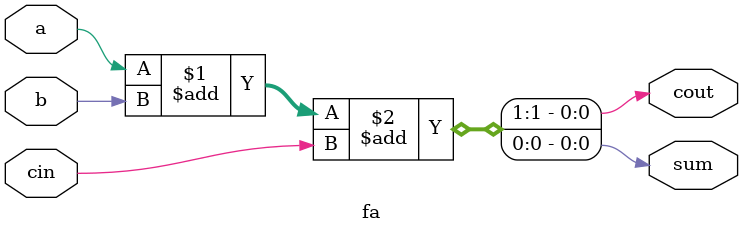
<source format=v>
module nbitadder #(parameter N=4)
  (a,b,cin,sum,cout);
  
  input [N-1:0] a,b;
  input cin;
  output [N-1:0]sum;
  output cout;
  wire [N:0] c;
  assign c[0]=cin;
  assign cout=c[N];
  
  genvar i;
  generate
    for(i=0;i<N;i=i+1)
      begin: nbitadder
        fa f(a[i],b[i],c[i],sum[i],c[i+1]); 
      end
  endgenerate
endmodule

module fa(a,b,cin,sum,cout);
  input a,b,cin;
  output sum,cout;
  assign {cout,sum}=a+b+cin;
endmodule

</source>
